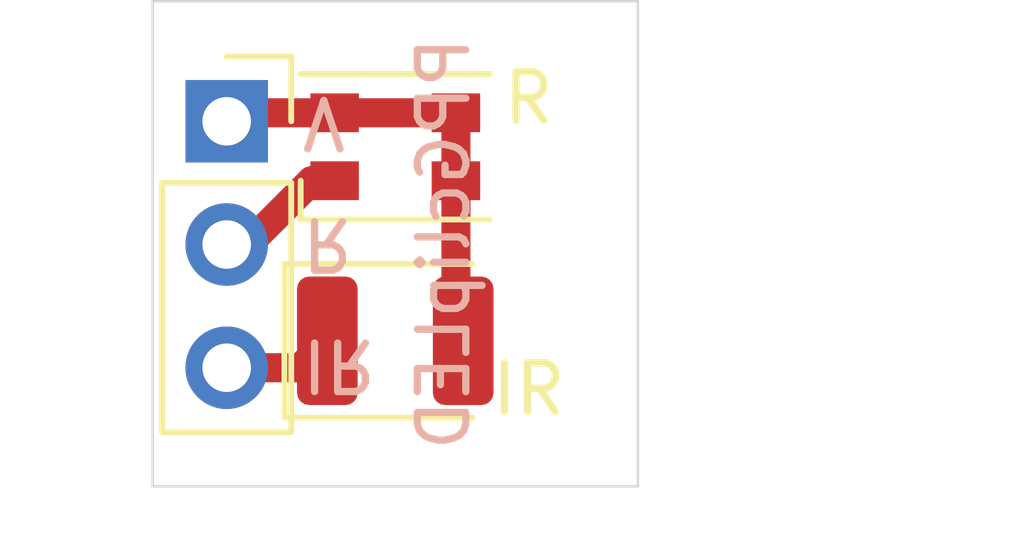
<source format=kicad_pcb>
(kicad_pcb (version 20211014) (generator pcbnew)
  (layers (0 "F.Cu" signal) (31 "B.Cu" signal) (34 "B.Paste" user) (35 "F.Paste" user) (36 "B.SilkS" user "B.Silkscreen") (37 "F.SilkS" user "F.Silkscreen") (38 "B.Mask" user) (39 "F.Mask" user) (44 "Edge.Cuts" user))
  (net 0 "")
  (net 1 "Net-(D1-Pad1)")
  (net 2 "Net-(D1-Pad2)")
  (net 3 "Net-(D2-Pad1)")
  (footprint "Connector_PinSocket_2.54mm:PinSocket_1x03_P2.54mm_Vertical" (layer "F.Cu") (at 1.525 2.475)
    (fp_text reference "J1" hide)
    (fp_text value "Conn_01x03")
    (fp_line (start 1.33 -1.33) (end 1.33 0) (layer "F.SilkS") (width 0.12))
    (fp_line (start -1.33 1.27) (end 1.33 1.27) (layer "F.SilkS") (width 0.12))
    (fp_line (start 1.33 1.27) (end 1.33 6.41) (layer "F.SilkS") (width 0.12))
    (fp_line (start -1.33 6.41) (end 1.33 6.41) (layer "F.SilkS") (width 0.12))
    (fp_line (start 0 -1.33) (end 1.33 -1.33) (layer "F.SilkS") (width 0.12))
    (fp_line (start -1.33 1.27) (end -1.33 6.41) (layer "F.SilkS") (width 0.12))
    (pad "1" thru_hole rect locked (at 0 0) (size 1.7 1.7) (drill 1) (layers *.Cu *.Mask) (net 2 "Net-(D1-Pad2)"))
    (pad "2" thru_hole oval locked (at 0 2.54) (size 1.7 1.7) (drill 1) (layers *.Cu *.Mask) (net 3 "Net-(D2-Pad1)"))
    (pad "3" thru_hole oval locked (at 0 5.08) (size 1.7 1.7) (drill 1) (layers *.Cu *.Mask) (net 1 "Net-(D1-Pad1)"))
  )
  (footprint "MountingHole:MountingHole_2.2mm_M2" (layer "F.Cu") (at 8.5 5)
    (fp_text reference "REF**" hide)
    (fp_text value "MountingHole_2.2mm_M2")
    (pad "" np_thru_hole circle locked (at 0 0) (size 2.2 2.2) (drill 2.2) (layers *.Cu *.Mask))
  )
  (footprint "LED_SMD:LED_Cree-PLCC4_3.2x2.8mm_CCW" (layer "F.Cu") (at 5 3)
    (fp_text reference "D2" hide)
    (fp_text value "LED")
    (fp_line (start -1.95 1.5) (end -1.95 0.7) (layer "F.SilkS") (width 0.12))
    (fp_line (start -1.95 -1.5) (end 1.95 -1.5) (layer "F.SilkS") (width 0.12))
    (fp_line (start -1.95 1.5) (end 1.95 1.5) (layer "F.SilkS") (width 0.12))
    (pad "1" smd rect (at -1.25 0.7) (size 1 0.8) (layers "F.Cu" "F.Paste" "F.Mask") (net 3 "Net-(D2-Pad1)"))
    (pad "2" smd rect (at -1.25 -0.7) (size 1 0.8) (layers "F.Cu" "F.Paste" "F.Mask") (net 2 "Net-(D1-Pad2)"))
    (pad "2" smd rect (at 1.25 0.7) (size 1 0.8) (layers "F.Cu" "F.Paste" "F.Mask") (net 2 "Net-(D1-Pad2)"))
    (pad "2" smd rect (at 1.25 -0.7) (size 1 0.8) (layers "F.Cu" "F.Paste" "F.Mask") (net 2 "Net-(D1-Pad2)"))
  )
  (footprint "LED_SMD:LED_1210_3225Metric" (layer "F.Cu") (at 5 7)
    (fp_text reference "D1" hide)
    (fp_text value "LED")
    (fp_line (start -2.285 1.585) (end 1.6 1.585) (layer "F.SilkS") (width 0.12))
    (fp_line (start 1.6 -1.585) (end -2.285 -1.585) (layer "F.SilkS") (width 0.12))
    (fp_line (start -2.285 -1.585) (end -2.285 1.585) (layer "F.SilkS") (width 0.12))
    (pad "1" smd roundrect (at -1.4 0) (size 1.25 2.65) (layers "F.Cu" "F.Paste" "F.Mask") (roundrect_rratio 0.2) (net 1 "Net-(D1-Pad1)"))
    (pad "2" smd roundrect (at 1.4 0) (size 1.25 2.65) (layers "F.Cu" "F.Paste" "F.Mask") (roundrect_rratio 0.2) (net 2 "Net-(D1-Pad2)"))
  )
  (gr_rect (start 0 0) (end 10 10) (layer "Edge.Cuts") (width 0.05) (fill none))
  (gr_text "R\n" (at 3 5 180) (layer "B.SilkS") (effects (font (size 1 1)) (justify left mirror)))
  (gr_text "V" (at 3 2.5 180) (layer "B.SilkS") (effects (font (size 1 1)) (justify left mirror)))
  (gr_text "IR" (at 3 7.5 180) (layer "B.SilkS") (effects (font (size 1 1)) (justify left mirror)))
  (gr_text "PPGclipLED" (at 6 5 90) (layer "B.SilkS") (effects (font (size 1 1)) (justify mirror)))
  (gr_text "IR" (at 7.75 8) (layer "F.SilkS") (effects (font (size 1 1))))
  (gr_text "R" (at 7.75 2) (layer "F.SilkS") (effects (font (size 1 1))))
  (segment (start 3.045 7.555) (end 3.6 7) (width 0.6) (layer "F.Cu") (net 1))
  (segment (start 1.525 7.555) (end 3.045 7.555) (width 0.6) (layer "F.Cu") (net 1))
  (segment (start 3.75 2.3) (end 1.7 2.3) (width 0.6) (layer "F.Cu") (net 2))
  (segment (start 3.75 2.3) (end 6.25 2.3) (width 0.6) (layer "F.Cu") (net 2))
  (segment (start 6.25 3.7) (end 6.25 6.85) (width 0.6) (layer "F.Cu") (net 2))
  (segment (start 6.25 2.3) (end 6.25 3.7) (width 0.6) (layer "F.Cu") (net 2))
  (segment (start 6.25 6.85) (end 6.4 7) (width 0.6) (layer "F.Cu") (net 2))
  (segment (start 1.7 2.3) (end 1.525 2.475) (width 0.6) (layer "F.Cu") (net 2))
  (segment (start 3.275 3.7) (end 3.75 3.7) (width 0.6) (layer "F.Cu") (net 3))
  (segment (start 1.96 5.015) (end 3.275 3.7) (width 0.6) (layer "F.Cu") (net 3))
  (segment (start 1.525 5.015) (end 1.96 5.015) (width 0.6) (layer "F.Cu") (net 3))
)
</source>
